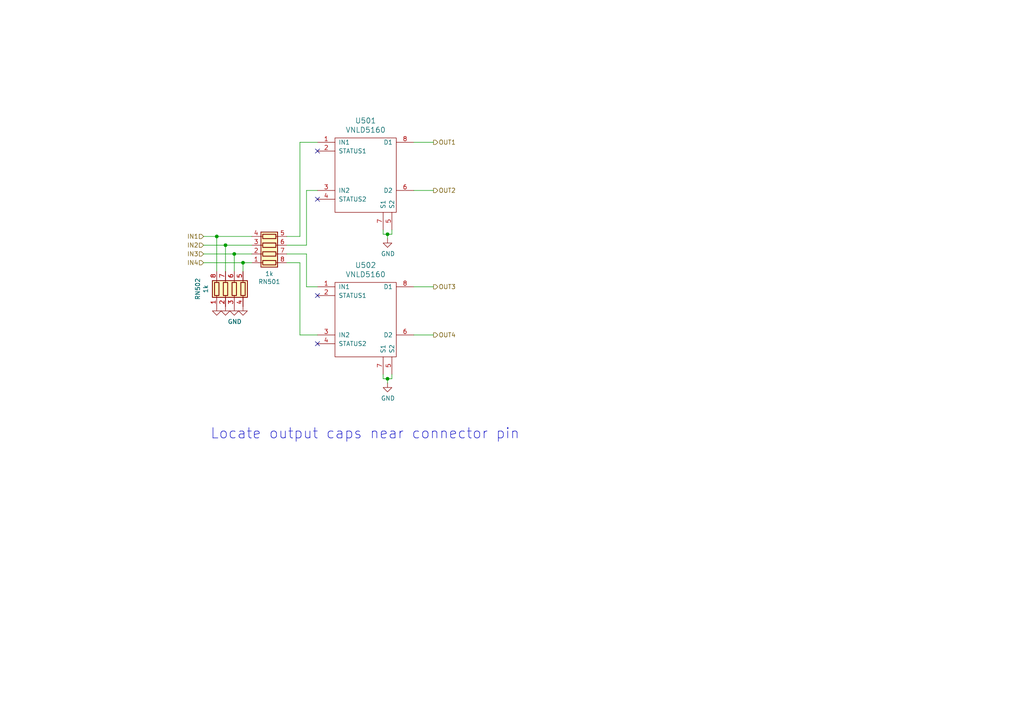
<source format=kicad_sch>
(kicad_sch (version 20211123) (generator eeschema)
  (paper "A4")
  (title_block (title "gerEFI Proteus") (date "2022-04-09") (rev "v0.7") (company "gerEFI") (comment 1 "github.com/mck1117/proteus") (comment 2 "gerefi.com/s/proteus"))
  (lib_symbols
    (symbol "Device:R_Pack04" (pin_names (offset 0) hide)
      (property "Reference" "RN" (at -7.62 0 90))
      (property "Value" "R_Pack04" (at 5.08 0 90))
      (symbol "R_Pack04_0_1"
        (rectangle (start -6.35 -2.413) (end 3.81 2.413) (stroke (width 0.254)) (fill (type background)))
        (rectangle (start -5.715 1.905) (end -4.445 -1.905) (stroke (width 0.254)))
        (rectangle (start -3.175 1.905) (end -1.905 -1.905) (stroke (width 0.254)))
        (rectangle (start -0.635 1.905) (end 0.635 -1.905) (stroke (width 0.254)))
        (polyline (pts (xy -5.08 -2.54) (xy -5.08 -1.905)))
        (polyline (pts (xy -5.08 1.905) (xy -5.08 2.54)))
        (polyline (pts (xy -2.54 -2.54) (xy -2.54 -1.905)))
        (polyline (pts (xy -2.54 1.905) (xy -2.54 2.54)))
        (polyline (pts (xy 0 -2.54) (xy 0 -1.905)))
        (polyline (pts (xy 0 1.905) (xy 0 2.54)))
        (polyline (pts (xy 2.54 -2.54) (xy 2.54 -1.905)))
        (polyline (pts (xy 2.54 1.905) (xy 2.54 2.54)))
        (rectangle (start 1.905 1.905) (end 3.175 -1.905) (stroke (width 0.254)))
      )
      (symbol "R_Pack04_1_1"
        (pin passive line (at -5.08 -5.08 90) (length 2.54) (name "R1.1") (number "1"))
        (pin passive line (at -2.54 -5.08 90) (length 2.54) (name "R2.1") (number "2"))
        (pin passive line (at 0 -5.08 90) (length 2.54) (name "R3.1") (number "3"))
        (pin passive line (at 2.54 -5.08 90) (length 2.54) (name "R4.1") (number "4"))
        (pin passive line (at 2.54 5.08 270) (length 2.54) (name "R4.2") (number "5"))
        (pin passive line (at 0 5.08 270) (length 2.54) (name "R3.2") (number "6"))
        (pin passive line (at -2.54 5.08 270) (length 2.54) (name "R2.2") (number "7"))
        (pin passive line (at -5.08 5.08 270) (length 2.54) (name "R1.2") (number "8"))
      )
    )
    (symbol "power:GND" (power) (pin_names (offset 0))
      (property "Value" "GND" (at 0 -3.81 0))
      (symbol "GND_0_1"
        (polyline (pts (xy 0 0) (xy 0 -1.27) (xy 1.27 -1.27) (xy 0 -2.54) (xy -1.27 -1.27) (xy 0 -1.27)))
      )
      (symbol "GND_1_1"
        (pin power_in line (at 0 0 270) (length 0) hide (name "GND") (number "1"))
      )
    )
    (symbol "vnld5090:VNLD5090" (pin_names (offset 1.016))
      (property "Reference" "U" (at -6.35 12.7 0))
      (property "Value" "VNLD5090" (at -2.54 -11.43 0))
      (symbol "VNLD5090_0_1"
        (rectangle (start -8.89 11.43) (end 8.89 -10.16))
      )
      (symbol "VNLD5090_1_1"
        (pin input line (at -13.97 10.16 0) (length 5.08) (name "IN1") (number "1"))
        (pin open_collector line (at -13.97 7.62 0) (length 5.08) (name "STATUS1") (number "2"))
        (pin input line (at -13.97 -3.81 0) (length 5.08) (name "IN2") (number "3"))
        (pin open_collector line (at -13.97 -6.35 0) (length 5.08) (name "STATUS2") (number "4"))
        (pin power_in line (at 7.62 -15.24 90) (length 5.08) (name "S2") (number "5"))
        (pin power_out line (at 13.97 -3.81 180) (length 5.08) (name "D2") (number "6"))
        (pin power_in line (at 5.08 -15.24 90) (length 5.08) (name "S1") (number "7"))
        (pin power_out line (at 13.97 10.16 180) (length 5.08) (name "D1") (number "8"))
      )
    )
  )
  (junction (at 67.945 73.66))
  (junction (at 62.865 68.58))
  (junction (at 112.395 109.855))
  (junction (at 65.405 71.12))
  (junction (at 70.485 76.2))
  (junction (at 112.395 67.945))
  (no_connect (at 92.075 85.725))
  (no_connect (at 92.075 99.695))
  (no_connect (at 92.075 43.815))
  (no_connect (at 92.075 57.785))
  (wire (pts (xy 112.395 109.855) (xy 113.665 109.855)))
  (wire (pts (xy 112.395 109.855) (xy 111.125 109.855)))
  (wire (pts (xy 112.395 67.945) (xy 111.125 67.945)))
  (wire (pts (xy 111.125 67.945) (xy 111.125 66.675)))
  (wire (pts (xy 86.995 41.275) (xy 86.995 68.58)))
  (wire (pts (xy 120.015 83.185) (xy 125.73 83.185)))
  (wire (pts (xy 120.015 97.155) (xy 125.73 97.155)))
  (wire (pts (xy 59.055 73.66) (xy 67.945 73.66)))
  (wire (pts (xy 88.9 73.66) (xy 88.9 83.185)))
  (wire (pts (xy 112.395 111.125) (xy 112.395 109.855)))
  (wire (pts (xy 113.665 67.945) (xy 113.665 66.675)))
  (wire (pts (xy 73.025 68.58) (xy 62.865 68.58)))
  (wire (pts (xy 59.055 76.2) (xy 70.485 76.2)))
  (wire (pts (xy 86.995 97.155) (xy 92.075 97.155)))
  (wire (pts (xy 120.015 55.245) (xy 125.73 55.245)))
  (wire (pts (xy 83.185 76.2) (xy 86.995 76.2)))
  (wire (pts (xy 67.945 73.66) (xy 67.945 78.74)))
  (wire (pts (xy 88.9 83.185) (xy 92.075 83.185)))
  (wire (pts (xy 112.395 67.945) (xy 113.665 67.945)))
  (wire (pts (xy 65.405 78.74) (xy 65.405 71.12)))
  (wire (pts (xy 59.055 71.12) (xy 65.405 71.12)))
  (wire (pts (xy 111.125 109.855) (xy 111.125 108.585)))
  (wire (pts (xy 73.025 73.66) (xy 67.945 73.66)))
  (wire (pts (xy 113.665 109.855) (xy 113.665 108.585)))
  (wire (pts (xy 88.9 55.245) (xy 92.075 55.245)))
  (wire (pts (xy 86.995 76.2) (xy 86.995 97.155)))
  (wire (pts (xy 83.185 71.12) (xy 88.9 71.12)))
  (wire (pts (xy 92.075 41.275) (xy 86.995 41.275)))
  (wire (pts (xy 88.9 71.12) (xy 88.9 55.245)))
  (wire (pts (xy 83.185 68.58) (xy 86.995 68.58)))
  (wire (pts (xy 70.485 78.74) (xy 70.485 76.2)))
  (wire (pts (xy 83.185 73.66) (xy 88.9 73.66)))
  (wire (pts (xy 120.015 41.275) (xy 125.73 41.275)))
  (wire (pts (xy 59.055 68.58) (xy 62.865 68.58)))
  (wire (pts (xy 65.405 71.12) (xy 73.025 71.12)))
  (wire (pts (xy 62.865 68.58) (xy 62.865 78.74)))
  (wire (pts (xy 70.485 76.2) (xy 73.025 76.2)))
  (wire (pts (xy 112.395 69.215) (xy 112.395 67.945)))
  (text "Locate output caps near connector pin" (at 60.96 127.635 0) (effects (font (size 2.9972 2.9972)) (justify left bottom)))
  (hierarchical_label "OUT3" (shape output) (at 125.73 83.185 0))
  (hierarchical_label "IN1" (shape input) (at 59.055 68.58 180))
  (hierarchical_label "IN3" (shape input) (at 59.055 73.66 180))
  (hierarchical_label "IN2" (shape input) (at 59.055 71.12 180))
  (hierarchical_label "IN4" (shape input) (at 59.055 76.2 180))
  (hierarchical_label "OUT2" (shape output) (at 125.73 55.245 0))
  (hierarchical_label "OUT4" (shape output) (at 125.73 97.155 0))
  (hierarchical_label "OUT1" (shape output) (at 125.73 41.275 0))
  (symbol (lib_id "vnld5090:VNLD5090") (at 106.045 51.435 0) (unit 1)
    (property "Reference" "U501" (at 106.045 35.0012 0) (effects (font (size 1.524 1.524))))
    (property "Value" "VNLD5160" (at 106.045 37.6936 0) (effects (font (size 1.524 1.524))))
    (property "Footprint" "Package_SO:SOIC-8_3.9x4.9mm_P1.27mm" (effects hide))
    (property "PN" "VNLD5160TR-E" (effects hide))
    (property "LCSC" "N/A" (effects hide))
  )
  (symbol (lib_id "vnld5090:VNLD5090") (at 106.045 93.345 0) (unit 1)
    (property "Reference" "U502" (at 106.045 76.9112 0) (effects (font (size 1.524 1.524))))
    (property "Value" "VNLD5160" (at 106.045 79.6036 0) (effects (font (size 1.524 1.524))))
    (property "Footprint" "Package_SO:SOIC-8_3.9x4.9mm_P1.27mm" (effects hide))
    (property "PN" "VNLD5160TR-E" (effects hide))
    (property "LCSC" "N/A" (effects hide))
  )
  (symbol (lib_id "Device:R_Pack04") (at 78.105 71.12 270) (mirror x) (unit 1)
    (property "Reference" "RN501" (at 78.105 81.7118 90))
    (property "Value" "1k" (at 78.105 79.4004 90))
    (property "Footprint" "Resistor_SMD:R_Array_Convex_4x0603" (effects hide))
    (property "LCSC" "C20197" (effects hide))
    (property "LCSC_ext" "0" (effects hide))
  )
  (symbol (lib_id "Device:R_Pack04") (at 67.945 83.82 0) (unit 1)
    (property "Reference" "RN502" (at 57.3532 83.82 90))
    (property "Value" "1k" (at 59.6646 83.82 90))
    (property "Footprint" "Resistor_SMD:R_Array_Convex_4x0603" (effects hide))
    (property "LCSC" "C20197" (effects hide))
    (property "LCSC_ext" "0" (effects hide))
  )
  (symbol (lib_id "power:GND") (at 62.865 88.9 0) (unit 1)
    (property "Reference" "#PWR0136" (effects hide))
    (property "Value" "GND" (effects hide))
  )
  (symbol (lib_id "power:GND") (at 65.405 88.9 0) (unit 1)
    (property "Reference" "#PWR0137" (effects hide))
    (property "Value" "GND" (effects hide))
  )
  (symbol (lib_id "power:GND") (at 67.945 88.9 0) (unit 1)
    (property "Reference" "#PWR0138" (effects hide))
    (property "Value" "GND" (at 68.072 93.2942 0))
  )
  (symbol (lib_id "power:GND") (at 70.485 88.9 0) (unit 1)
    (property "Reference" "#PWR0139" (effects hide))
    (property "Value" "GND" (effects hide))
  )
  (symbol (lib_id "power:GND") (at 112.395 69.215 0) (unit 1)
    (property "Reference" "#PWR0161" (effects hide))
    (property "Value" "GND" (at 112.522 73.6092 0))
  )
  (symbol (lib_id "power:GND") (at 112.395 111.125 0) (unit 1)
    (property "Reference" "#PWR0166" (effects hide))
    (property "Value" "GND" (at 112.522 115.5192 0))
  )
)
</source>
